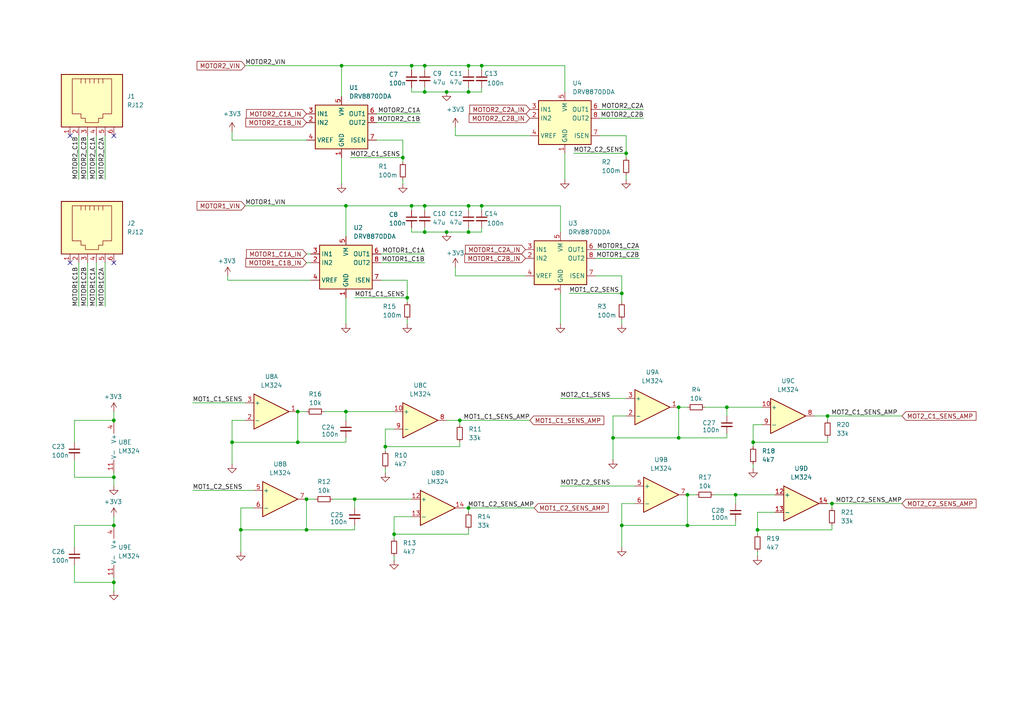
<source format=kicad_sch>
(kicad_sch (version 20231120) (generator "eeschema") (generator_version "8.0")
  (paper "A4")
  (lib_symbols
    (symbol "Amplifier_Operational:LM324" (pin_names (offset 0.127))
      (property "Reference" "U" (at 0 5.08 0))
      (property "Value" "LM324" (at 0 -5.08 0))
      (symbol "LM324_1_1"
        (polyline (pts (xy -5.08 5.08) (xy 5.08 0) (xy -5.08 -5.08) (xy -5.08 5.08)) (stroke (width 0.254)) (fill (type background)))
        (pin output line (at 7.62 0 180) (length 2.54) (name "~") (number "1"))
        (pin input line (at -7.62 -2.54 0) (length 2.54) (name "-") (number "2"))
        (pin input line (at -7.62 2.54 0) (length 2.54) (name "+") (number "3"))
      )
      (symbol "LM324_2_1"
        (polyline (pts (xy -5.08 5.08) (xy 5.08 0) (xy -5.08 -5.08) (xy -5.08 5.08)) (stroke (width 0.254)) (fill (type background)))
        (pin input line (at -7.62 2.54 0) (length 2.54) (name "+") (number "5"))
        (pin input line (at -7.62 -2.54 0) (length 2.54) (name "-") (number "6"))
        (pin output line (at 7.62 0 180) (length 2.54) (name "~") (number "7"))
      )
      (symbol "LM324_3_1"
        (polyline (pts (xy -5.08 5.08) (xy 5.08 0) (xy -5.08 -5.08) (xy -5.08 5.08)) (stroke (width 0.254)) (fill (type background)))
        (pin input line (at -7.62 2.54 0) (length 2.54) (name "+") (number "10"))
        (pin output line (at 7.62 0 180) (length 2.54) (name "~") (number "8"))
        (pin input line (at -7.62 -2.54 0) (length 2.54) (name "-") (number "9"))
      )
      (symbol "LM324_4_1"
        (polyline (pts (xy -5.08 5.08) (xy 5.08 0) (xy -5.08 -5.08) (xy -5.08 5.08)) (stroke (width 0.254)) (fill (type background)))
        (pin input line (at -7.62 2.54 0) (length 2.54) (name "+") (number "12"))
        (pin input line (at -7.62 -2.54 0) (length 2.54) (name "-") (number "13"))
        (pin output line (at 7.62 0 180) (length 2.54) (name "~") (number "14"))
      )
      (symbol "LM324_5_1"
        (pin power_in line (at -2.54 -7.62 90) (length 3.81) (name "V-") (number "11"))
        (pin power_in line (at -2.54 7.62 270) (length 3.81) (name "V+") (number "4"))
      )
    )
    (symbol "Connector:RJ12" (pin_names (offset 1.016))
      (property "Reference" "J" (at -5.08 11.43 0))
      (property "Value" "RJ12" (at 2.54 11.43 0))
      (symbol "RJ12_0_1"
        (polyline (pts (xy -6.35 -1.905) (xy -5.08 -1.905) (xy -5.08 -1.905)))
        (polyline (pts (xy -6.35 -0.635) (xy -5.08 -0.635) (xy -5.08 -0.635)))
        (polyline (pts (xy -6.35 0.635) (xy -5.08 0.635) (xy -5.08 0.635)))
        (polyline (pts (xy -6.35 1.905) (xy -5.08 1.905) (xy -5.08 1.905)))
        (polyline (pts (xy -6.35 3.175) (xy -5.08 3.175) (xy -5.08 3.175)))
        (polyline (pts (xy -5.08 4.445) (xy -6.35 4.445) (xy -6.35 4.445)))
        (polyline (pts (xy -6.35 -4.445) (xy -6.35 6.985) (xy 3.81 6.985) (xy 3.81 4.445) (xy 5.08 4.445) (xy 5.08 3.175) (xy 6.35 3.175) (xy 6.35 -0.635) (xy 5.08 -0.635) (xy 5.08 -1.905) (xy 3.81 -1.905) (xy 3.81 -4.445) (xy -6.35 -4.445) (xy -6.35 -4.445)))
        (rectangle (start 7.62 10.16) (end -7.62 -7.62) (stroke (width 0.254)) (fill (type background)))
      )
      (symbol "RJ12_1_1"
        (pin passive line (at 10.16 -5.08 180) (length 2.54) (name "~") (number "1"))
        (pin passive line (at 10.16 -2.54 180) (length 2.54) (name "~") (number "2"))
        (pin passive line (at 10.16 0 180) (length 2.54) (name "~") (number "3"))
        (pin passive line (at 10.16 2.54 180) (length 2.54) (name "~") (number "4"))
        (pin passive line (at 10.16 5.08 180) (length 2.54) (name "~") (number "5"))
        (pin passive line (at 10.16 7.62 180) (length 2.54) (name "~") (number "6"))
      )
    )
    (symbol "Device:C_Small" (pin_numbers hide) (pin_names (offset 0.254) hide)
      (property "Reference" "C" (at 0.254 1.778 0))
      (property "Value" "C_Small" (at 0.254 -2.032 0))
      (symbol "C_Small_0_1"
        (polyline (pts (xy -1.524 -0.508) (xy 1.524 -0.508)) (stroke (width 0.3302)))
        (polyline (pts (xy -1.524 0.508) (xy 1.524 0.508)) (stroke (width 0.3048)))
      )
      (symbol "C_Small_1_1"
        (pin passive line (at 0 2.54 270) (length 2.032) (name "~") (number "1"))
        (pin passive line (at 0 -2.54 90) (length 2.032) (name "~") (number "2"))
      )
    )
    (symbol "Device:R_Small" (pin_numbers hide) (pin_names (offset 0.254) hide)
      (property "Reference" "R" (at 0.762 0.508 0))
      (property "Value" "R_Small" (at 0.762 -1.016 0))
      (symbol "R_Small_0_1"
        (rectangle (start -0.762 1.778) (end 0.762 -1.778) (stroke (width 0.2032)))
      )
      (symbol "R_Small_1_1"
        (pin passive line (at 0 2.54 270) (length 0.762) (name "~") (number "1"))
        (pin passive line (at 0 -2.54 90) (length 0.762) (name "~") (number "2"))
      )
    )
    (symbol "Driver_Motor:DRV8870DDA"
      (property "Reference" "U" (at -6.35 6.35 0))
      (property "Value" "DRV8870DDA" (at 8.89 6.35 0))
      (symbol "DRV8870DDA_0_1"
        (rectangle (start -7.62 5.08) (end 7.62 -7.62) (stroke (width 0.254)) (fill (type background)))
      )
      (symbol "DRV8870DDA_1_1"
        (pin power_in line (at 0 -10.16 90) (length 2.54) (name "GND") (number "1"))
        (pin input line (at -10.16 0 0) (length 2.54) (name "IN2") (number "2"))
        (pin input line (at -10.16 2.54 0) (length 2.54) (name "IN1") (number "3"))
        (pin input line (at -10.16 -5.08 0) (length 2.54) (name "VREF") (number "4"))
        (pin power_in line (at 0 7.62 270) (length 2.54) (name "VM") (number "5"))
        (pin output line (at 10.16 2.54 180) (length 2.54) (name "OUT1") (number "6"))
        (pin passive line (at 10.16 -5.08 180) (length 2.54) (name "ISEN") (number "7"))
        (pin output line (at 10.16 0 180) (length 2.54) (name "OUT2") (number "8"))
        (pin passive line (at 0 -10.16 90) (length 2.54) hide (name "GND") (number "9"))
      )
    )
    (symbol "power:+3V3" (power) (pin_numbers hide) (pin_names (offset 0) hide)
      (property "Value" "+3V3" (at 0 3.556 0))
      (symbol "+3V3_0_1"
        (polyline (pts (xy -0.762 1.27) (xy 0 2.54)))
        (polyline (pts (xy 0 0) (xy 0 2.54)))
        (polyline (pts (xy 0 2.54) (xy 0.762 1.27)))
      )
      (symbol "+3V3_1_1"
        (pin power_in line (at 0 0 90) (length 0) (name "~") (number "1"))
      )
    )
    (symbol "power:GND" (power) (pin_numbers hide) (pin_names (offset 0) hide)
      (property "Value" "GND" (at 0 -3.81 0))
      (symbol "GND_0_1"
        (polyline (pts (xy 0 0) (xy 0 -1.27) (xy 1.27 -1.27) (xy 0 -2.54) (xy -1.27 -1.27) (xy 0 -1.27)))
      )
      (symbol "GND_1_1"
        (pin power_in line (at 0 0 270) (length 0) (name "~") (number "1"))
      )
    )
  )
  (junction (at 118.11 86.36))
  (junction (at 119.38 19.05))
  (junction (at 111.76 129.54))
  (junction (at 86.36 119.38))
  (junction (at 33.02 121.92))
  (junction (at 129.54 67.31))
  (junction (at 199.39 143.51))
  (junction (at 180.34 152.4))
  (junction (at 100.33 59.69))
  (junction (at 116.84 45.72))
  (junction (at 123.19 59.69))
  (junction (at 33.02 168.91))
  (junction (at 102.87 144.78))
  (junction (at 33.02 152.4))
  (junction (at 199.39 152.4))
  (junction (at 210.82 118.11))
  (junction (at 33.02 138.43))
  (junction (at 196.85 127))
  (junction (at 135.89 59.69))
  (junction (at 240.03 120.65))
  (junction (at 213.36 143.51))
  (junction (at 135.89 67.31))
  (junction (at 180.34 85.09))
  (junction (at 99.06 19.05))
  (junction (at 114.3 154.94))
  (junction (at 218.44 128.27))
  (junction (at 123.19 26.67))
  (junction (at 67.31 128.27))
  (junction (at 69.85 153.67))
  (junction (at 139.7 59.69))
  (junction (at 135.89 26.67))
  (junction (at 177.8 127))
  (junction (at 139.7 19.05))
  (junction (at 135.89 147.32))
  (junction (at 123.19 19.05))
  (junction (at 123.19 67.31))
  (junction (at 135.89 19.05))
  (junction (at 119.38 59.69))
  (junction (at 88.9 153.67))
  (junction (at 181.61 44.45))
  (junction (at 196.85 118.11))
  (junction (at 100.33 119.38))
  (junction (at 133.35 121.92))
  (junction (at 86.36 128.27))
  (junction (at 241.3 146.05))
  (junction (at 129.54 26.67))
  (junction (at 219.71 153.67))
  (junction (at 88.9 144.78))
  (no_connect (at 20.32 39.37))
  (no_connect (at 33.02 76.2))
  (no_connect (at 33.02 39.37))
  (no_connect (at 20.32 76.2))
  (wire (pts (xy 67.31 128.27) (xy 67.31 121.92)))
  (wire (pts (xy 199.39 143.51) (xy 199.39 152.4)))
  (wire (pts (xy 177.8 127) (xy 177.8 133.35)))
  (wire (pts (xy 33.02 168.91) (xy 33.02 171.45)))
  (wire (pts (xy 139.7 19.05) (xy 139.7 20.32)))
  (wire (pts (xy 66.04 80.01) (xy 66.04 81.28)))
  (wire (pts (xy 129.54 121.92) (xy 133.35 121.92)))
  (wire (pts (xy 163.83 44.45) (xy 163.83 52.07)))
  (wire (pts (xy 88.9 144.78) (xy 88.9 153.67)))
  (wire (pts (xy 240.03 127) (xy 240.03 128.27)))
  (wire (pts (xy 135.89 154.94) (xy 114.3 154.94)))
  (wire (pts (xy 33.02 167.64) (xy 33.02 168.91)))
  (wire (pts (xy 114.3 161.29) (xy 114.3 162.56)))
  (wire (pts (xy 123.19 19.05) (xy 123.19 20.32)))
  (wire (pts (xy 196.85 118.11) (xy 199.39 118.11)))
  (wire (pts (xy 100.33 127) (xy 100.33 128.27)))
  (wire (pts (xy 180.34 152.4) (xy 180.34 146.05)))
  (wire (pts (xy 162.56 140.97) (xy 184.15 140.97)))
  (wire (pts (xy 86.36 128.27) (xy 67.31 128.27)))
  (wire (pts (xy 119.38 19.05) (xy 119.38 20.32)))
  (wire (pts (xy 102.87 152.4) (xy 102.87 153.67)))
  (wire (pts (xy 33.02 137.16) (xy 33.02 138.43)))
  (wire (pts (xy 240.03 120.65) (xy 261.62 120.65)))
  (wire (pts (xy 135.89 19.05) (xy 139.7 19.05)))
  (wire (pts (xy 132.08 36.83) (xy 132.08 39.37)))
  (wire (pts (xy 177.8 120.65) (xy 181.61 120.65)))
  (wire (pts (xy 153.67 39.37) (xy 132.08 39.37)))
  (wire (pts (xy 236.22 120.65) (xy 240.03 120.65)))
  (wire (pts (xy 180.34 152.4) (xy 180.34 158.75)))
  (wire (pts (xy 139.7 59.69) (xy 135.89 59.69)))
  (wire (pts (xy 55.88 142.24) (xy 73.66 142.24)))
  (wire (pts (xy 114.3 149.86) (xy 119.38 149.86)))
  (wire (pts (xy 181.61 39.37) (xy 181.61 44.45)))
  (wire (pts (xy 119.38 25.4) (xy 119.38 26.67)))
  (wire (pts (xy 218.44 123.19) (xy 220.98 123.19)))
  (wire (pts (xy 210.82 118.11) (xy 204.47 118.11)))
  (wire (pts (xy 132.08 77.47) (xy 132.08 80.01)))
  (wire (pts (xy 111.76 130.81) (xy 111.76 129.54)))
  (wire (pts (xy 152.4 80.01) (xy 132.08 80.01)))
  (wire (pts (xy 172.72 72.39) (xy 185.42 72.39)))
  (wire (pts (xy 71.12 59.69) (xy 100.33 59.69)))
  (wire (pts (xy 165.1 85.09) (xy 180.34 85.09)))
  (wire (pts (xy 100.33 59.69) (xy 100.33 68.58)))
  (wire (pts (xy 123.19 66.04) (xy 123.19 67.31)))
  (wire (pts (xy 118.11 86.36) (xy 118.11 87.63)))
  (wire (pts (xy 123.19 25.4) (xy 123.19 26.67)))
  (wire (pts (xy 100.33 121.92) (xy 100.33 119.38)))
  (wire (pts (xy 109.22 35.56) (xy 121.92 35.56)))
  (wire (pts (xy 135.89 153.67) (xy 135.89 154.94)))
  (wire (pts (xy 180.34 85.09) (xy 180.34 87.63)))
  (wire (pts (xy 123.19 59.69) (xy 135.89 59.69)))
  (wire (pts (xy 241.3 152.4) (xy 241.3 153.67)))
  (wire (pts (xy 66.04 81.28) (xy 90.17 81.28)))
  (wire (pts (xy 86.36 119.38) (xy 88.9 119.38)))
  (wire (pts (xy 135.89 19.05) (xy 135.89 20.32)))
  (wire (pts (xy 139.7 25.4) (xy 139.7 26.67)))
  (wire (pts (xy 123.19 26.67) (xy 129.54 26.67)))
  (wire (pts (xy 123.19 19.05) (xy 135.89 19.05)))
  (wire (pts (xy 111.76 135.89) (xy 111.76 137.16)))
  (wire (pts (xy 135.89 59.69) (xy 135.89 60.96)))
  (wire (pts (xy 173.99 31.75) (xy 186.69 31.75)))
  (wire (pts (xy 69.85 153.67) (xy 69.85 147.32)))
  (wire (pts (xy 180.34 146.05) (xy 184.15 146.05)))
  (wire (pts (xy 213.36 143.51) (xy 224.79 143.51)))
  (wire (pts (xy 196.85 118.11) (xy 196.85 127)))
  (wire (pts (xy 218.44 128.27) (xy 218.44 123.19)))
  (wire (pts (xy 196.85 127) (xy 177.8 127)))
  (wire (pts (xy 55.88 116.84) (xy 71.12 116.84)))
  (wire (pts (xy 129.54 26.67) (xy 135.89 26.67)))
  (wire (pts (xy 173.99 34.29) (xy 186.69 34.29)))
  (wire (pts (xy 210.82 120.65) (xy 210.82 118.11)))
  (wire (pts (xy 21.59 152.4) (xy 33.02 152.4)))
  (wire (pts (xy 133.35 129.54) (xy 111.76 129.54)))
  (wire (pts (xy 207.01 143.51) (xy 213.36 143.51)))
  (wire (pts (xy 196.85 127) (xy 210.82 127)))
  (wire (pts (xy 69.85 153.67) (xy 69.85 160.02)))
  (wire (pts (xy 199.39 152.4) (xy 213.36 152.4)))
  (wire (pts (xy 86.36 128.27) (xy 100.33 128.27)))
  (wire (pts (xy 181.61 50.8) (xy 181.61 52.07)))
  (wire (pts (xy 218.44 128.27) (xy 240.03 128.27)))
  (wire (pts (xy 219.71 153.67) (xy 219.71 148.59)))
  (wire (pts (xy 123.19 67.31) (xy 129.54 67.31)))
  (wire (pts (xy 67.31 121.92) (xy 71.12 121.92)))
  (wire (pts (xy 25.4 39.37) (xy 25.4 52.07)))
  (wire (pts (xy 162.56 115.57) (xy 181.61 115.57)))
  (wire (pts (xy 30.48 76.2) (xy 30.48 88.9)))
  (wire (pts (xy 133.35 128.27) (xy 133.35 129.54)))
  (wire (pts (xy 102.87 86.36) (xy 118.11 86.36)))
  (wire (pts (xy 133.35 123.19) (xy 133.35 121.92)))
  (wire (pts (xy 71.12 19.05) (xy 99.06 19.05)))
  (wire (pts (xy 135.89 26.67) (xy 139.7 26.67)))
  (wire (pts (xy 114.3 156.21) (xy 114.3 154.94)))
  (wire (pts (xy 218.44 129.54) (xy 218.44 128.27)))
  (wire (pts (xy 21.59 121.92) (xy 33.02 121.92)))
  (wire (pts (xy 199.39 152.4) (xy 180.34 152.4)))
  (wire (pts (xy 173.99 39.37) (xy 181.61 39.37)))
  (wire (pts (xy 213.36 146.05) (xy 213.36 143.51)))
  (wire (pts (xy 219.71 148.59) (xy 224.79 148.59)))
  (wire (pts (xy 21.59 133.35) (xy 21.59 138.43)))
  (wire (pts (xy 67.31 38.1) (xy 67.31 40.64)))
  (wire (pts (xy 25.4 76.2) (xy 25.4 88.9)))
  (wire (pts (xy 218.44 134.62) (xy 218.44 135.89)))
  (wire (pts (xy 119.38 26.67) (xy 123.19 26.67)))
  (wire (pts (xy 67.31 128.27) (xy 67.31 134.62)))
  (wire (pts (xy 116.84 52.07) (xy 116.84 53.34)))
  (wire (pts (xy 102.87 144.78) (xy 96.52 144.78)))
  (wire (pts (xy 241.3 153.67) (xy 219.71 153.67)))
  (wire (pts (xy 100.33 119.38) (xy 93.98 119.38)))
  (wire (pts (xy 172.72 74.93) (xy 185.42 74.93)))
  (wire (pts (xy 123.19 59.69) (xy 119.38 59.69)))
  (wire (pts (xy 88.9 73.66) (xy 90.17 73.66)))
  (wire (pts (xy 100.33 119.38) (xy 114.3 119.38)))
  (wire (pts (xy 135.89 67.31) (xy 139.7 67.31)))
  (wire (pts (xy 181.61 44.45) (xy 181.61 45.72)))
  (wire (pts (xy 135.89 66.04) (xy 135.89 67.31)))
  (wire (pts (xy 219.71 154.94) (xy 219.71 153.67)))
  (wire (pts (xy 100.33 86.36) (xy 100.33 93.98)))
  (wire (pts (xy 210.82 118.11) (xy 220.98 118.11)))
  (wire (pts (xy 21.59 168.91) (xy 33.02 168.91)))
  (wire (pts (xy 219.71 160.02) (xy 219.71 161.29)))
  (wire (pts (xy 69.85 147.32) (xy 73.66 147.32)))
  (wire (pts (xy 111.76 129.54) (xy 111.76 124.46)))
  (wire (pts (xy 135.89 25.4) (xy 135.89 26.67)))
  (wire (pts (xy 102.87 144.78) (xy 119.38 144.78)))
  (wire (pts (xy 22.86 39.37) (xy 22.86 52.07)))
  (wire (pts (xy 240.03 146.05) (xy 241.3 146.05)))
  (wire (pts (xy 116.84 40.64) (xy 109.22 40.64)))
  (wire (pts (xy 199.39 143.51) (xy 201.93 143.51)))
  (wire (pts (xy 99.06 45.72) (xy 99.06 53.34)))
  (wire (pts (xy 241.3 146.05) (xy 261.62 146.05)))
  (wire (pts (xy 116.84 45.72) (xy 116.84 46.99)))
  (wire (pts (xy 119.38 67.31) (xy 123.19 67.31)))
  (wire (pts (xy 119.38 66.04) (xy 119.38 67.31)))
  (wire (pts (xy 27.94 39.37) (xy 27.94 52.07)))
  (wire (pts (xy 153.67 121.92) (xy 133.35 121.92)))
  (wire (pts (xy 110.49 81.28) (xy 118.11 81.28)))
  (wire (pts (xy 27.94 76.2) (xy 27.94 88.9)))
  (wire (pts (xy 119.38 59.69) (xy 100.33 59.69)))
  (wire (pts (xy 139.7 59.69) (xy 162.56 59.69)))
  (wire (pts (xy 162.56 67.31) (xy 162.56 59.69)))
  (wire (pts (xy 180.34 80.01) (xy 180.34 85.09)))
  (wire (pts (xy 101.6 45.72) (xy 116.84 45.72)))
  (wire (pts (xy 109.22 33.02) (xy 121.92 33.02)))
  (wire (pts (xy 240.03 121.92) (xy 240.03 120.65)))
  (wire (pts (xy 213.36 151.13) (xy 213.36 152.4)))
  (wire (pts (xy 118.11 92.71) (xy 118.11 93.98)))
  (wire (pts (xy 88.9 76.2) (xy 90.17 76.2)))
  (wire (pts (xy 21.59 163.83) (xy 21.59 168.91)))
  (wire (pts (xy 33.02 119.38) (xy 33.02 121.92)))
  (wire (pts (xy 118.11 81.28) (xy 118.11 86.36)))
  (wire (pts (xy 177.8 127) (xy 177.8 120.65)))
  (wire (pts (xy 210.82 125.73) (xy 210.82 127)))
  (wire (pts (xy 139.7 59.69) (xy 139.7 60.96)))
  (wire (pts (xy 123.19 60.96) (xy 123.19 59.69)))
  (wire (pts (xy 110.49 76.2) (xy 123.19 76.2)))
  (wire (pts (xy 111.76 124.46) (xy 114.3 124.46)))
  (wire (pts (xy 22.86 76.2) (xy 22.86 88.9)))
  (wire (pts (xy 30.48 39.37) (xy 30.48 52.07)))
  (wire (pts (xy 99.06 19.05) (xy 119.38 19.05)))
  (wire (pts (xy 166.37 44.45) (xy 181.61 44.45)))
  (wire (pts (xy 241.3 147.32) (xy 241.3 146.05)))
  (wire (pts (xy 180.34 92.71) (xy 180.34 93.98)))
  (wire (pts (xy 162.56 85.09) (xy 162.56 93.98)))
  (wire (pts (xy 88.9 144.78) (xy 91.44 144.78)))
  (wire (pts (xy 135.89 147.32) (xy 154.94 147.32)))
  (wire (pts (xy 88.9 153.67) (xy 69.85 153.67)))
  (wire (pts (xy 86.36 119.38) (xy 86.36 128.27)))
  (wire (pts (xy 21.59 138.43) (xy 33.02 138.43)))
  (wire (pts (xy 135.89 148.59) (xy 135.89 147.32)))
  (wire (pts (xy 139.7 19.05) (xy 163.83 19.05)))
  (wire (pts (xy 33.02 138.43) (xy 33.02 140.97)))
  (wire (pts (xy 21.59 158.75) (xy 21.59 152.4)))
  (wire (pts (xy 119.38 59.69) (xy 119.38 60.96)))
  (wire (pts (xy 33.02 149.86) (xy 33.02 152.4)))
  (wire (pts (xy 129.54 67.31) (xy 135.89 67.31)))
  (wire (pts (xy 102.87 147.32) (xy 102.87 144.78)))
  (wire (pts (xy 116.84 40.64) (xy 116.84 45.72)))
  (wire (pts (xy 99.06 19.05) (xy 99.06 27.94)))
  (wire (pts (xy 163.83 26.67) (xy 163.83 19.05)))
  (wire (pts (xy 119.38 19.05) (xy 123.19 19.05)))
  (wire (pts (xy 110.49 73.66) (xy 123.19 73.66)))
  (wire (pts (xy 134.62 147.32) (xy 135.89 147.32)))
  (wire (pts (xy 88.9 153.67) (xy 102.87 153.67)))
  (wire (pts (xy 139.7 66.04) (xy 139.7 67.31)))
  (wire (pts (xy 114.3 154.94) (xy 114.3 149.86)))
  (wire (pts (xy 172.72 80.01) (xy 180.34 80.01)))
  (wire (pts (xy 21.59 128.27) (xy 21.59 121.92)))
  (wire (pts (xy 88.9 40.64) (xy 67.31 40.64)))
  (label "MOTOR2_C2B" (at 25.4 52.07 90))
  (label "MOTOR2_C1B" (at 22.86 52.07 90))
  (label "MOTOR1_C1B" (at 123.19 76.2 180))
  (label "MOTOR2_C1A" (at 121.92 33.02 180))
  (label "MOTOR1_C2A" (at 185.42 72.39 180))
  (label "MOTOR1C2B" (at 25.4 88.9 90))
  (label "MOT2_C2_SENS_AMP" (at 261.62 146.05 180))
  (label "MOT2_C2_SENS" (at 166.37 44.45 0))
  (label "MOT2_C1_SENS" (at 101.6 45.72 0))
  (label "MOTOR1_C2B" (at 185.42 74.93 180))
  (label "MOTOR1_VIN" (at 71.12 59.69 0))
  (label "MOT2_C1_SENS_AMP" (at 260.35 120.65 180))
  (label "MOTOR2_C2A" (at 30.48 52.07 90))
  (label "MOTOR2_C2A" (at 186.69 31.75 180))
  (label "MOT1_C2_SENS" (at 165.1 85.09 0))
  (label "MOTOR2_C1B" (at 121.92 35.56 180))
  (label "MOT2_C1_SENS" (at 162.56 115.57 0))
  (label "MOTOR1_C1A" (at 123.19 73.66 180))
  (label "MOT2_C2_SENS" (at 162.56 140.97 0))
  (label "MOT1_C2_SENS_AMP" (at 154.94 147.32 180))
  (label "MOTOR1C1B" (at 22.86 88.9 90))
  (label "MOT1_C1_SENS_AMP" (at 153.67 121.92 180))
  (label "MOTOR1C1A" (at 27.94 88.9 90))
  (label "MOTOR2_VIN" (at 71.12 19.05 0))
  (label "MOTOR2_C1A" (at 27.94 52.07 90))
  (label "MOT1_C1_SENS" (at 55.88 116.84 0))
  (label "MOTOR2_C2B" (at 186.69 34.29 180))
  (label "MOT1_C1_SENS" (at 102.87 86.36 0))
  (label "MOTOR1C2A" (at 30.48 88.9 90))
  (label "MOT1_C2_SENS" (at 55.88 142.24 0))
  (global_label "MOTOR2_VIN" (shape input) (at 71.12 19.05 180) (property "Intersheetrefs" "${INTERSHEET_REFS}" (effects (hide yes))))
  (global_label "MOT1_C2_SENS_AMP" (shape input) (at 154.94 147.32 0) (property "Intersheetrefs" "${INTERSHEET_REFS}" (effects (hide yes))))
  (global_label "MOTOR2_C1B_IN" (shape input) (at 88.9 35.56 180) (property "Intersheetrefs" "${INTERSHEET_REFS}" (effects (hide yes))))
  (global_label "MOT2_C2_SENS_AMP" (shape input) (at 261.62 146.05 0) (property "Intersheetrefs" "${INTERSHEET_REFS}" (effects (hide yes))))
  (global_label "MOTOR2_C2A_IN" (shape input) (at 153.67 31.75 180) (property "Intersheetrefs" "${INTERSHEET_REFS}" (effects (hide yes))))
  (global_label "MOTOR1_C2B_IN" (shape input) (at 152.4 74.93 180) (property "Intersheetrefs" "${INTERSHEET_REFS}" (effects (hide yes))))
  (global_label "MOT1_C1_SENS_AMP" (shape input) (at 153.67 121.92 0) (property "Intersheetrefs" "${INTERSHEET_REFS}" (effects (hide yes))))
  (global_label "MOTOR2_C1A_IN" (shape input) (at 88.9 33.02 180) (property "Intersheetrefs" "${INTERSHEET_REFS}" (effects (hide yes))))
  (global_label "MOTOR2_C2B_IN" (shape input) (at 153.67 34.29 180) (property "Intersheetrefs" "${INTERSHEET_REFS}" (effects (hide yes))))
  (global_label "MOTOR1_C2A_IN" (shape input) (at 152.4 72.39 180) (property "Intersheetrefs" "${INTERSHEET_REFS}" (effects (hide yes))))
  (global_label "MOTOR1_VIN" (shape input) (at 71.12 59.69 180) (property "Intersheetrefs" "${INTERSHEET_REFS}" (effects (hide yes))))
  (global_label "MOTOR1_C1A_IN" (shape input) (at 88.9 73.66 180) (property "Intersheetrefs" "${INTERSHEET_REFS}" (effects (hide yes))))
  (global_label "MOT2_C1_SENS_AMP" (shape input) (at 261.62 120.65 0) (property "Intersheetrefs" "${INTERSHEET_REFS}" (effects (hide yes))))
  (global_label "MOTOR1_C1B_IN" (shape input) (at 88.9 76.2 180) (property "Intersheetrefs" "${INTERSHEET_REFS}" (effects (hide yes))))
  (symbol (lib_id "Connector:RJ12") (at 25.4 29.21 270) (unit 1)
    (property "Reference" "J1" (at 36.83 27.9399 90) (effects (justify left)))
    (property "Value" "RJ12" (at 36.83 30.4799 90) (effects (justify left)))
    (property "Footprint" "stepper_ctrl_lib:stepper ST4" (effects (hide yes)))
    (property "Description" "RJ connector, 6P6C (6 positions 6 connected)" (effects (hide yes)))
  )
  (symbol (lib_id "Amplifier_Operational:LM324") (at 81.28 144.78 0) (unit 2)
    (property "Reference" "U8" (at 81.28 134.62 0))
    (property "Value" "LM324" (at 81.28 137.16 0))
    (property "Footprint" "Package_SO:SOIC-14_3.9x8.7mm_P1.27mm" (effects (hide yes)))
    (property "Datasheet" "http://www.ti.com/lit/ds/symlink/lm2902-n.pdf" (effects (hide yes)))
    (property "Description" "Low-Power, Quad-Operational Amplifiers, DIP-14/SOIC-14/SSOP-14 " (effects (hide yes)))
    (property "LCSC" "C71035" (effects (hide yes)))
  )
  (symbol (lib_id "Device:R_Small") (at 118.11 90.17 0) (unit 1)
    (property "Reference" "R15" (at 110.998 88.9 0) (effects (justify left)))
    (property "Value" "100m" (at 110.998 91.44 0) (effects (justify left)))
    (property "Footprint" "Resistor_SMD:R_0603_1608Metric" (effects (hide yes)))
    (property "Description" "JLC: C111027" (effects (hide yes)))
    (property "LCSC" "C111027" (effects (hide yes)))
  )
  (symbol (lib_id "Device:R_Small") (at 240.03 124.46 0) (unit 1)
    (property "Reference" "R20" (at 242.57 123.1899 0) (effects (justify left)))
    (property "Value" "33k" (at 242.57 125.7299 0) (effects (justify left)))
    (property "Footprint" "Resistor_SMD:R_0603_1608Metric" (effects (hide yes)))
    (property "Description" "JLC:  C4216" (effects (hide yes)))
    (property "LCSC" "C4216" (effects (hide yes)))
  )
  (symbol (lib_id "Device:C_Small") (at 135.89 63.5 0) (unit 1)
    (property "Reference" "C12" (at 130.302 61.976 0) (effects (justify left)))
    (property "Value" "47u" (at 130.302 64.516 0) (effects (justify left)))
    (property "Footprint" "Inductor_SMD:L_1210_3225Metric" (effects (hide yes)))
    (property "LCSC" "C5440143" (effects (hide yes)))
  )
  (symbol (lib_id "Device:R_Small") (at 91.44 119.38 90) (unit 1)
    (property "Reference" "R16" (at 91.44 114.3 90))
    (property "Value" "10k" (at 91.44 116.84 90))
    (property "Footprint" "Resistor_SMD:R_0603_1608Metric" (effects (hide yes)))
    (property "Description" "JLC:  C25804" (effects (hide yes)))
    (property "LCSC" "C25804" (effects (hide yes)))
  )
  (symbol (lib_id "Device:R_Small") (at 114.3 158.75 0) (unit 1)
    (property "Reference" "R13" (at 116.84 157.4799 0) (effects (justify left)))
    (property "Value" "4k7" (at 116.84 160.0199 0) (effects (justify left)))
    (property "Footprint" "Resistor_SMD:R_0603_1608Metric" (effects (hide yes)))
    (property "Description" "JLC:C23162" (effects (hide yes)))
    (property "LCSC" "C23162" (effects (hide yes)))
  )
  (symbol (lib_id "power:GND") (at 69.85 160.02 0) (unit 1)
    (property "Reference" "#PWR034" (effects (hide yes)))
    (property "Value" "GND" (effects (hide yes)))
    (property "Description" "Power symbol creates a global label with name \"GND\" , ground" (effects (hide yes)))
  )
  (symbol (lib_id "power:GND") (at 118.11 93.98 0) (unit 1)
    (property "Reference" "#PWR06" (effects (hide yes)))
    (property "Value" "GND" (effects (hide yes)))
    (property "Description" "Power symbol creates a global label with name \"GND\" , ground" (effects (hide yes)))
  )
  (symbol (lib_id "Device:R_Small") (at 116.84 49.53 0) (unit 1)
    (property "Reference" "R1" (at 109.728 48.26 0) (effects (justify left)))
    (property "Value" "100m" (at 109.728 50.8 0) (effects (justify left)))
    (property "Footprint" "Resistor_SMD:R_0603_1608Metric" (effects (hide yes)))
    (property "Description" "JLC: C111027" (effects (hide yes)))
    (property "LCSC" "C111027" (effects (hide yes)))
  )
  (symbol (lib_id "power:+3V3") (at 33.02 119.38 0) (unit 1)
    (property "Reference" "#PWR037" (effects (hide yes)))
    (property "Value" "+3V3" (at 32.766 115.062 0))
    (property "Description" "Power symbol creates a global label with name \"+3V3\"" (effects (hide yes)))
  )
  (symbol (lib_id "Device:C_Small") (at 213.36 148.59 0) (unit 1)
    (property "Reference" "C28" (at 206.248 148.082 0) (effects (justify left)))
    (property "Value" "100n" (at 206.248 150.114 0) (effects (justify left)))
    (property "Footprint" "Capacitor_SMD:C_0603_1608Metric" (effects (hide yes)))
    (property "LCSC" "C14663" (effects (hide yes)))
  )
  (symbol (lib_id "Device:C_Small") (at 102.87 149.86 0) (unit 1)
    (property "Reference" "C25" (at 95.758 149.352 0) (effects (justify left)))
    (property "Value" "100n" (at 95.758 151.384 0) (effects (justify left)))
    (property "Footprint" "Capacitor_SMD:C_0603_1608Metric" (effects (hide yes)))
    (property "LCSC" "C14663" (effects (hide yes)))
  )
  (symbol (lib_id "power:GND") (at 162.56 93.98 0) (unit 1)
    (property "Reference" "#PWR016" (effects (hide yes)))
    (property "Value" "GND" (effects (hide yes)))
    (property "Description" "Power symbol creates a global label with name \"GND\" , ground" (effects (hide yes)))
  )
  (symbol (lib_id "power:GND") (at 100.33 93.98 0) (unit 1)
    (property "Reference" "#PWR04" (effects (hide yes)))
    (property "Value" "GND" (effects (hide yes)))
    (property "Description" "Power symbol creates a global label with name \"GND\" , ground" (effects (hide yes)))
  )
  (symbol (lib_id "Amplifier_Operational:LM324") (at 35.56 160.02 0) (unit 5)
    (property "Reference" "U9" (at 34.29 158.7499 0) (effects (justify left)))
    (property "Value" "LM324" (at 34.29 161.2899 0) (effects (justify left)))
    (property "Footprint" "Package_SO:SOIC-14_3.9x8.7mm_P1.27mm" (effects (hide yes)))
    (property "Datasheet" "http://www.ti.com/lit/ds/symlink/lm2902-n.pdf" (effects (hide yes)))
    (property "Description" "Low-Power, Quad-Operational Amplifiers, DIP-14/SOIC-14/SSOP-14 " (effects (hide yes)))
    (property "LCSC" "C71035" (effects (hide yes)))
  )
  (symbol (lib_id "power:GND") (at 33.02 140.97 0) (unit 1)
    (property "Reference" "#PWR038" (effects (hide yes)))
    (property "Value" "GND" (effects (hide yes)))
    (property "Description" "Power symbol creates a global label with name \"GND\" , ground" (effects (hide yes)))
  )
  (symbol (lib_id "power:GND") (at 163.83 52.07 0) (unit 1)
    (property "Reference" "#PWR017" (effects (hide yes)))
    (property "Value" "GND" (effects (hide yes)))
    (property "Description" "Power symbol creates a global label with name \"GND\" , ground" (effects (hide yes)))
  )
  (symbol (lib_id "Amplifier_Operational:LM324") (at 127 147.32 0) (unit 4)
    (property "Reference" "U8" (at 127 137.16 0))
    (property "Value" "LM324" (at 127 139.7 0))
    (property "Footprint" "Package_SO:SOIC-14_3.9x8.7mm_P1.27mm" (effects (hide yes)))
    (property "Datasheet" "http://www.ti.com/lit/ds/symlink/lm2902-n.pdf" (effects (hide yes)))
    (property "Description" "Low-Power, Quad-Operational Amplifiers, DIP-14/SOIC-14/SSOP-14 " (effects (hide yes)))
    (property "LCSC" "C71035" (effects (hide yes)))
  )
  (symbol (lib_id "Device:R_Small") (at 135.89 151.13 0) (unit 1)
    (property "Reference" "R14" (at 138.43 149.8599 0) (effects (justify left)))
    (property "Value" "33k" (at 138.43 152.3999 0) (effects (justify left)))
    (property "Footprint" "Resistor_SMD:R_0603_1608Metric" (effects (hide yes)))
    (property "Description" "JLC:  C4216" (effects (hide yes)))
    (property "LCSC" "C4216" (effects (hide yes)))
  )
  (symbol (lib_id "Device:R_Small") (at 181.61 48.26 0) (unit 1)
    (property "Reference" "R2" (at 174.498 46.99 0) (effects (justify left)))
    (property "Value" "100m" (at 174.498 49.53 0) (effects (justify left)))
    (property "Footprint" "Resistor_SMD:R_0603_1608Metric" (effects (hide yes)))
    (property "Description" "JLC: C111027" (effects (hide yes)))
    (property "LCSC" "C111027" (effects (hide yes)))
  )
  (symbol (lib_id "Device:C_Small") (at 135.89 22.86 0) (unit 1)
    (property "Reference" "C11" (at 130.302 21.336 0) (effects (justify left)))
    (property "Value" "47u" (at 130.302 23.876 0) (effects (justify left)))
    (property "Footprint" "Inductor_SMD:L_1210_3225Metric" (effects (hide yes)))
    (property "LCSC" "C5440143" (effects (hide yes)))
  )
  (symbol (lib_id "Device:C_Small") (at 139.7 63.5 0) (unit 1)
    (property "Reference" "C14" (at 140.462 61.976 0) (effects (justify left)))
    (property "Value" "100n" (at 141.224 64.77 0) (effects (justify left)))
    (property "Footprint" "Capacitor_SMD:C_0603_1608Metric" (effects (hide yes)))
    (property "LCSC" "C14663" (effects (hide yes)))
  )
  (symbol (lib_id "Device:C_Small") (at 210.82 123.19 0) (unit 1)
    (property "Reference" "C27" (at 203.708 122.682 0) (effects (justify left)))
    (property "Value" "100n" (at 203.708 124.714 0) (effects (justify left)))
    (property "Footprint" "Capacitor_SMD:C_0603_1608Metric" (effects (hide yes)))
    (property "LCSC" "C14663" (effects (hide yes)))
  )
  (symbol (lib_id "Amplifier_Operational:LM324") (at 121.92 121.92 0) (unit 3)
    (property "Reference" "U8" (at 121.92 111.76 0))
    (property "Value" "LM324" (at 121.92 114.3 0))
    (property "Footprint" "Package_SO:SOIC-14_3.9x8.7mm_P1.27mm" (effects (hide yes)))
    (property "Datasheet" "http://www.ti.com/lit/ds/symlink/lm2902-n.pdf" (effects (hide yes)))
    (property "Description" "Low-Power, Quad-Operational Amplifiers, DIP-14/SOIC-14/SSOP-14 " (effects (hide yes)))
    (property "LCSC" "C71035" (effects (hide yes)))
  )
  (symbol (lib_id "power:+3V3") (at 67.31 38.1 0) (unit 1)
    (property "Reference" "#PWR01" (effects (hide yes)))
    (property "Value" "+3V3" (at 67.31 33.02 0))
    (property "Description" "Power symbol creates a global label with name \"+3V3\"" (effects (hide yes)))
  )
  (symbol (lib_id "power:GND") (at 114.3 162.56 0) (unit 1)
    (property "Reference" "#PWR035" (effects (hide yes)))
    (property "Value" "GND" (effects (hide yes)))
    (property "Description" "Power symbol creates a global label with name \"GND\" , ground" (effects (hide yes)))
  )
  (symbol (lib_id "Device:R_Small") (at 218.44 132.08 0) (unit 1)
    (property "Reference" "R18" (at 220.98 130.8099 0) (effects (justify left)))
    (property "Value" "4k7" (at 220.98 133.3499 0) (effects (justify left)))
    (property "Footprint" "Resistor_SMD:R_0603_1608Metric" (effects (hide yes)))
    (property "Description" "JLC:C23162" (effects (hide yes)))
    (property "LCSC" "C23162" (effects (hide yes)))
  )
  (symbol (lib_id "power:GND") (at 180.34 158.75 0) (unit 1)
    (property "Reference" "#PWR042" (effects (hide yes)))
    (property "Value" "GND" (effects (hide yes)))
    (property "Description" "Power symbol creates a global label with name \"GND\" , ground" (effects (hide yes)))
  )
  (symbol (lib_id "power:GND") (at 180.34 93.98 0) (unit 1)
    (property "Reference" "#PWR018" (effects (hide yes)))
    (property "Value" "GND" (effects (hide yes)))
    (property "Description" "Power symbol creates a global label with name \"GND\" , ground" (effects (hide yes)))
  )
  (symbol (lib_id "Device:C_Small") (at 123.19 63.5 0) (unit 1)
    (property "Reference" "C10" (at 125.476 61.976 0) (effects (justify left)))
    (property "Value" "47u" (at 125.476 64.516 0) (effects (justify left)))
    (property "Footprint" "Inductor_SMD:L_1210_3225Metric" (effects (hide yes)))
    (property "LCSC" "C5440143" (effects (hide yes)))
  )
  (symbol (lib_id "Device:R_Small") (at 133.35 125.73 0) (unit 1)
    (property "Reference" "R11" (at 135.89 124.4599 0) (effects (justify left)))
    (property "Value" "33k" (at 135.89 126.9999 0) (effects (justify left)))
    (property "Footprint" "Resistor_SMD:R_0603_1608Metric" (effects (hide yes)))
    (property "Description" "JLC:  C4216" (effects (hide yes)))
    (property "LCSC" "C4216" (effects (hide yes)))
  )
  (symbol (lib_id "power:GND") (at 111.76 137.16 0) (unit 1)
    (property "Reference" "#PWR039" (effects (hide yes)))
    (property "Value" "GND" (effects (hide yes)))
    (property "Description" "Power symbol creates a global label with name \"GND\" , ground" (effects (hide yes)))
  )
  (symbol (lib_id "Device:C_Small") (at 21.59 161.29 0) (unit 1)
    (property "Reference" "C26" (at 14.986 160.02 0) (effects (justify left)))
    (property "Value" "100n" (at 14.986 162.56 0) (effects (justify left)))
    (property "Footprint" "Capacitor_SMD:C_0603_1608Metric" (effects (hide yes)))
    (property "LCSC" "C14663" (effects (hide yes)))
  )
  (symbol (lib_id "power:+3V3") (at 66.04 80.01 0) (unit 1)
    (property "Reference" "#PWR02" (effects (hide yes)))
    (property "Value" "+3V3" (at 65.786 75.692 0))
    (property "Description" "Power symbol creates a global label with name \"+3V3\"" (effects (hide yes)))
  )
  (symbol (lib_id "power:GND") (at 33.02 171.45 0) (unit 1)
    (property "Reference" "#PWR040" (effects (hide yes)))
    (property "Value" "GND" (effects (hide yes)))
    (property "Description" "Power symbol creates a global label with name \"GND\" , ground" (effects (hide yes)))
  )
  (symbol (lib_id "Device:C_Small") (at 123.19 22.86 0) (unit 1)
    (property "Reference" "C9" (at 125.476 21.336 0) (effects (justify left)))
    (property "Value" "47u" (at 125.476 23.876 0) (effects (justify left)))
    (property "Footprint" "Inductor_SMD:L_1210_3225Metric" (effects (hide yes)))
    (property "LCSC" "C5440143" (effects (hide yes)))
  )
  (symbol (lib_id "Driver_Motor:DRV8870DDA") (at 99.06 35.56 0) (unit 1)
    (property "Reference" "U1" (at 101.2541 25.4 0) (effects (justify left)))
    (property "Value" "DRV8870DDA" (at 101.2541 27.94 0) (effects (justify left)))
    (property "Footprint" "Package_SO:Texas_HTSOP-8-1EP_3.9x4.9mm_P1.27mm_EP2.95x4.9mm_Mask2.4x3.1mm_ThermalVias" (effects (hide yes)))
    (property "Datasheet" "http://www.ti.com/lit/ds/symlink/drv8870.pdf" (effects (hide yes)))
    (property "Description" "Brushed DC Motor Driver, PWM Control, 45V, 3.6A, Dynamic current limiting, HTSOP-8 " (effects (hide yes)))
    (property "LCSC" "C86590" (effects (hide yes)))
  )
  (symbol (lib_id "power:GND") (at 181.61 52.07 0) (unit 1)
    (property "Reference" "#PWR019" (effects (hide yes)))
    (property "Value" "GND" (effects (hide yes)))
    (property "Description" "Power symbol creates a global label with name \"GND\" , ground" (effects (hide yes)))
  )
  (symbol (lib_id "Device:R_Small") (at 180.34 90.17 0) (unit 1)
    (property "Reference" "R3" (at 173.228 88.9 0) (effects (justify left)))
    (property "Value" "100m" (at 173.228 91.44 0) (effects (justify left)))
    (property "Footprint" "Resistor_SMD:R_0603_1608Metric" (effects (hide yes)))
    (property "Description" "JLC: C111027" (effects (hide yes)))
    (property "LCSC" "C111027" (effects (hide yes)))
  )
  (symbol (lib_id "Device:R_Small") (at 204.47 143.51 90) (unit 1)
    (property "Reference" "R17" (at 204.47 138.43 90))
    (property "Value" "10k" (at 204.47 140.97 90))
    (property "Footprint" "Resistor_SMD:R_0603_1608Metric" (effects (hide yes)))
    (property "Description" "JLC:  C25804" (effects (hide yes)))
    (property "LCSC" "C25804" (effects (hide yes)))
  )
  (symbol (lib_id "Amplifier_Operational:LM324") (at 232.41 146.05 0) (unit 4)
    (property "Reference" "U9" (at 232.41 135.89 0))
    (property "Value" "LM324" (at 232.41 138.43 0))
    (property "Footprint" "Package_SO:SOIC-14_3.9x8.7mm_P1.27mm" (effects (hide yes)))
    (property "Datasheet" "http://www.ti.com/lit/ds/symlink/lm2902-n.pdf" (effects (hide yes)))
    (property "Description" "Low-Power, Quad-Operational Amplifiers, DIP-14/SOIC-14/SSOP-14 " (effects (hide yes)))
    (property "LCSC" "C71035" (effects (hide yes)))
  )
  (symbol (lib_id "Device:C_Small") (at 119.38 22.86 0) (unit 1)
    (property "Reference" "C7" (at 112.776 21.59 0) (effects (justify left)))
    (property "Value" "100n" (at 112.776 24.13 0) (effects (justify left)))
    (property "Footprint" "Capacitor_SMD:C_0603_1608Metric" (effects (hide yes)))
    (property "LCSC" "C14663" (effects (hide yes)))
  )
  (symbol (lib_id "Device:R_Small") (at 219.71 157.48 0) (unit 1)
    (property "Reference" "R19" (at 222.25 156.2099 0) (effects (justify left)))
    (property "Value" "4k7" (at 222.25 158.7499 0) (effects (justify left)))
    (property "Footprint" "Resistor_SMD:R_0603_1608Metric" (effects (hide yes)))
    (property "Description" "JLC:C23162" (effects (hide yes)))
    (property "LCSC" "C23162" (effects (hide yes)))
  )
  (symbol (lib_id "power:GND") (at 177.8 133.35 0) (unit 1)
    (property "Reference" "#PWR041" (effects (hide yes)))
    (property "Value" "GND" (effects (hide yes)))
    (property "Description" "Power symbol creates a global label with name \"GND\" , ground" (effects (hide yes)))
  )
  (symbol (lib_id "power:GND") (at 67.31 134.62 0) (unit 1)
    (property "Reference" "#PWR033" (effects (hide yes)))
    (property "Value" "GND" (effects (hide yes)))
    (property "Description" "Power symbol creates a global label with name \"GND\" , ground" (effects (hide yes)))
  )
  (symbol (lib_id "Device:C_Small") (at 139.7 22.86 0) (unit 1)
    (property "Reference" "C13" (at 140.462 21.336 0) (effects (justify left)))
    (property "Value" "100n" (at 141.224 24.13 0) (effects (justify left)))
    (property "Footprint" "Capacitor_SMD:C_0603_1608Metric" (effects (hide yes)))
    (property "LCSC" "C14663" (effects (hide yes)))
  )
  (symbol (lib_id "power:GND") (at 218.44 135.89 0) (unit 1)
    (property "Reference" "#PWR043" (effects (hide yes)))
    (property "Value" "GND" (effects (hide yes)))
    (property "Description" "Power symbol creates a global label with name \"GND\" , ground" (effects (hide yes)))
  )
  (symbol (lib_id "Device:C_Small") (at 100.33 124.46 0) (unit 1)
    (property "Reference" "C24" (at 93.218 123.952 0) (effects (justify left)))
    (property "Value" "100n" (at 93.218 125.984 0) (effects (justify left)))
    (property "Footprint" "Capacitor_SMD:C_0603_1608Metric" (effects (hide yes)))
    (property "LCSC" "C14663" (effects (hide yes)))
  )
  (symbol (lib_id "power:GND") (at 219.71 161.29 0) (unit 1)
    (property "Reference" "#PWR044" (effects (hide yes)))
    (property "Value" "GND" (effects (hide yes)))
    (property "Description" "Power symbol creates a global label with name \"GND\" , ground" (effects (hide yes)))
  )
  (symbol (lib_id "Connector:RJ12") (at 25.4 66.04 270) (unit 1)
    (property "Reference" "J2" (at 36.83 64.7699 90) (effects (justify left)))
    (property "Value" "RJ12" (at 36.83 67.3099 90) (effects (justify left)))
    (property "Footprint" "stepper_ctrl_lib:stepper ST4" (effects (hide yes)))
    (property "Description" "RJ connector, 6P6C (6 positions 6 connected)" (effects (hide yes)))
  )
  (symbol (lib_id "Driver_Motor:DRV8870DDA") (at 163.83 34.29 0) (unit 1)
    (property "Reference" "U4" (at 166.0241 24.13 0) (effects (justify left)))
    (property "Value" "DRV8870DDA" (at 166.0241 26.67 0) (effects (justify left)))
    (property "Footprint" "Package_SO:Texas_HTSOP-8-1EP_3.9x4.9mm_P1.27mm_EP2.95x4.9mm_Mask2.4x3.1mm_ThermalVias" (effects (hide yes)))
    (property "Datasheet" "http://www.ti.com/lit/ds/symlink/drv8870.pdf" (effects (hide yes)))
    (property "Description" "Brushed DC Motor Driver, PWM Control, 45V, 3.6A, Dynamic current limiting, HTSOP-8 " (effects (hide yes)))
    (property "LCSC" "C86590" (effects (hide yes)))
  )
  (symbol (lib_id "Driver_Motor:DRV8870DDA") (at 100.33 76.2 0) (unit 1)
    (property "Reference" "U2" (at 102.5241 66.04 0) (effects (justify left)))
    (property "Value" "DRV8870DDA" (at 102.5241 68.58 0) (effects (justify left)))
    (property "Footprint" "Package_SO:Texas_HTSOP-8-1EP_3.9x4.9mm_P1.27mm_EP2.95x4.9mm_Mask2.4x3.1mm_ThermalVias" (effects (hide yes)))
    (property "Datasheet" "http://www.ti.com/lit/ds/symlink/drv8870.pdf" (effects (hide yes)))
    (property "Description" "Brushed DC Motor Driver, PWM Control, 45V, 3.6A, Dynamic current limiting, HTSOP-8 " (effects (hide yes)))
    (property "LCSC" "C86590" (effects (hide yes)))
  )
  (symbol (lib_id "power:GND") (at 129.54 67.31 0) (unit 1)
    (property "Reference" "#PWR013" (effects (hide yes)))
    (property "Value" "GND" (effects (hide yes)))
    (property "Description" "Power symbol creates a global label with name \"GND\" , ground" (effects (hide yes)))
  )
  (symbol (lib_id "Amplifier_Operational:LM324") (at 189.23 118.11 0) (unit 1)
    (property "Reference" "U9" (at 189.23 107.95 0))
    (property "Value" "LM324" (at 189.23 110.49 0))
    (property "Footprint" "Package_SO:SOIC-14_3.9x8.7mm_P1.27mm" (effects (hide yes)))
    (property "Datasheet" "http://www.ti.com/lit/ds/symlink/lm2902-n.pdf" (effects (hide yes)))
    (property "Description" "Low-Power, Quad-Operational Amplifiers, DIP-14/SOIC-14/SSOP-14 " (effects (hide yes)))
    (property "LCSC" "C71035" (effects (hide yes)))
  )
  (symbol (lib_id "Device:R_Small") (at 93.98 144.78 90) (unit 1)
    (property "Reference" "R12" (at 93.98 139.7 90))
    (property "Value" "10k" (at 93.98 142.24 90))
    (property "Footprint" "Resistor_SMD:R_0603_1608Metric" (effects (hide yes)))
    (property "Description" "JLC:  C25804" (effects (hide yes)))
    (property "LCSC" "C25804" (effects (hide yes)))
  )
  (symbol (lib_id "Device:R_Small") (at 241.3 149.86 0) (unit 1)
    (property "Reference" "R21" (at 243.84 148.5899 0) (effects (justify left)))
    (property "Value" "33k" (at 243.84 151.1299 0) (effects (justify left)))
    (property "Footprint" "Resistor_SMD:R_0603_1608Metric" (effects (hide yes)))
    (property "Description" "JLC:  C4216" (effects (hide yes)))
    (property "LCSC" "C4216" (effects (hide yes)))
  )
  (symbol (lib_id "Driver_Motor:DRV8870DDA") (at 162.56 74.93 0) (unit 1)
    (property "Reference" "U3" (at 164.7541 64.77 0) (effects (justify left)))
    (property "Value" "DRV8870DDA" (at 164.7541 67.31 0) (effects (justify left)))
    (property "Footprint" "Package_SO:Texas_HTSOP-8-1EP_3.9x4.9mm_P1.27mm_EP2.95x4.9mm_Mask2.4x3.1mm_ThermalVias" (effects (hide yes)))
    (property "Datasheet" "http://www.ti.com/lit/ds/symlink/drv8870.pdf" (effects (hide yes)))
    (property "Description" "Brushed DC Motor Driver, PWM Control, 45V, 3.6A, Dynamic current limiting, HTSOP-8 " (effects (hide yes)))
    (property "LCSC" "C86590" (effects (hide yes)))
  )
  (symbol (lib_id "Amplifier_Operational:LM324") (at 78.74 119.38 0) (unit 1)
    (property "Reference" "U8" (at 78.74 109.22 0))
    (property "Value" "LM324" (at 78.74 111.76 0))
    (property "Footprint" "Package_SO:SOIC-14_3.9x8.7mm_P1.27mm" (effects (hide yes)))
    (property "Datasheet" "http://www.ti.com/lit/ds/symlink/lm2902-n.pdf" (effects (hide yes)))
    (property "Description" "Low-Power, Quad-Operational Amplifiers, DIP-14/SOIC-14/SSOP-14 " (effects (hide yes)))
    (property "LCSC" "C71035" (effects (hide yes)))
  )
  (symbol (lib_id "Device:R_Small") (at 111.76 133.35 0) (unit 1)
    (property "Reference" "R10" (at 114.3 132.0799 0) (effects (justify left)))
    (property "Value" "4k7" (at 114.3 134.6199 0) (effects (justify left)))
    (property "Footprint" "Resistor_SMD:R_0603_1608Metric" (effects (hide yes)))
    (property "Description" "JLC:C23162" (effects (hide yes)))
    (property "LCSC" "C23162" (effects (hide yes)))
  )
  (symbol (lib_id "power:GND") (at 116.84 53.34 0) (unit 1)
    (property "Reference" "#PWR05" (effects (hide yes)))
    (property "Value" "GND" (effects (hide yes)))
    (property "Description" "Power symbol creates a global label with name \"GND\" , ground" (effects (hide yes)))
  )
  (symbol (lib_id "power:+3V3") (at 132.08 36.83 0) (unit 1)
    (property "Reference" "#PWR014" (effects (hide yes)))
    (property "Value" "+3V3" (at 132.08 31.75 0))
    (property "Description" "Power symbol creates a global label with name \"+3V3\"" (effects (hide yes)))
  )
  (symbol (lib_id "Device:C_Small") (at 21.59 130.81 0) (unit 1)
    (property "Reference" "C23" (at 14.986 129.54 0) (effects (justify left)))
    (property "Value" "100n" (at 14.986 132.08 0) (effects (justify left)))
    (property "Footprint" "Capacitor_SMD:C_0603_1608Metric" (effects (hide yes)))
    (property "LCSC" "C14663" (effects (hide yes)))
  )
  (symbol (lib_id "power:+3V3") (at 33.02 149.86 0) (unit 1)
    (property "Reference" "#PWR036" (effects (hide yes)))
    (property "Value" "+3V3" (at 32.766 145.542 0))
    (property "Description" "Power symbol creates a global label with name \"+3V3\"" (effects (hide yes)))
  )
  (symbol (lib_id "Amplifier_Operational:LM324") (at 191.77 143.51 0) (unit 2)
    (property "Reference" "U9" (at 191.77 133.35 0))
    (property "Value" "LM324" (at 191.77 135.89 0))
    (property "Footprint" "Package_SO:SOIC-14_3.9x8.7mm_P1.27mm" (effects (hide yes)))
    (property "Datasheet" "http://www.ti.com/lit/ds/symlink/lm2902-n.pdf" (effects (hide yes)))
    (property "Description" "Low-Power, Quad-Operational Amplifiers, DIP-14/SOIC-14/SSOP-14 " (effects (hide yes)))
    (property "LCSC" "C71035" (effects (hide yes)))
  )
  (symbol (lib_id "Amplifier_Operational:LM324") (at 228.6 120.65 0) (unit 3)
    (property "Reference" "U9" (at 228.6 110.49 0))
    (property "Value" "LM324" (at 228.6 113.03 0))
    (property "Footprint" "Package_SO:SOIC-14_3.9x8.7mm_P1.27mm" (effects (hide yes)))
    (property "Datasheet" "http://www.ti.com/lit/ds/symlink/lm2902-n.pdf" (effects (hide yes)))
    (property "Description" "Low-Power, Quad-Operational Amplifiers, DIP-14/SOIC-14/SSOP-14 " (effects (hide yes)))
    (property "LCSC" "C71035" (effects (hide yes)))
  )
  (symbol (lib_id "power:GND") (at 99.06 53.34 0) (unit 1)
    (property "Reference" "#PWR03" (effects (hide yes)))
    (property "Value" "GND" (effects (hide yes)))
    (property "Description" "Power symbol creates a global label with name \"GND\" , ground" (effects (hide yes)))
  )
  (symbol (lib_id "Device:C_Small") (at 119.38 63.5 0) (unit 1)
    (property "Reference" "C8" (at 112.776 62.23 0) (effects (justify left)))
    (property "Value" "100n" (at 112.776 64.77 0) (effects (justify left)))
    (property "Footprint" "Capacitor_SMD:C_0603_1608Metric" (effects (hide yes)))
    (property "LCSC" "C14663" (effects (hide yes)))
  )
  (symbol (lib_id "Amplifier_Operational:LM324") (at 35.56 129.54 0) (unit 5)
    (property "Reference" "U8" (at 34.29 128.2699 0) (effects (justify left)))
    (property "Value" "LM324" (at 34.29 130.8099 0) (effects (justify left)))
    (property "Footprint" "Package_SO:SOIC-14_3.9x8.7mm_P1.27mm" (effects (hide yes)))
    (property "Datasheet" "http://www.ti.com/lit/ds/symlink/lm2902-n.pdf" (effects (hide yes)))
    (property "Description" "Low-Power, Quad-Operational Amplifiers, DIP-14/SOIC-14/SSOP-14 " (effects (hide yes)))
    (property "LCSC" "C71035" (effects (hide yes)))
  )
  (symbol (lib_id "power:+3V3") (at 132.08 77.47 0) (unit 1)
    (property "Reference" "#PWR015" (effects (hide yes)))
    (property "Value" "+3V3" (at 132.08 73.406 0))
    (property "Description" "Power symbol creates a global label with name \"+3V3\"" (effects (hide yes)))
  )
  (symbol (lib_id "Device:R_Small") (at 201.93 118.11 90) (unit 1)
    (property "Reference" "R4" (at 201.93 113.03 90))
    (property "Value" "10k" (at 201.93 115.57 90))
    (property "Footprint" "Resistor_SMD:R_0603_1608Metric" (effects (hide yes)))
    (property "Description" "JLC:  C25804" (effects (hide yes)))
    (property "LCSC" "C25804" (effects (hide yes)))
  )
  (symbol (lib_id "power:GND") (at 129.54 26.67 0) (unit 1)
    (property "Reference" "#PWR07" (effects (hide yes)))
    (property "Value" "GND" (effects (hide yes)))
    (property "Description" "Power symbol creates a global label with name \"GND\" , ground" (effects (hide yes)))
  )
)
</source>
